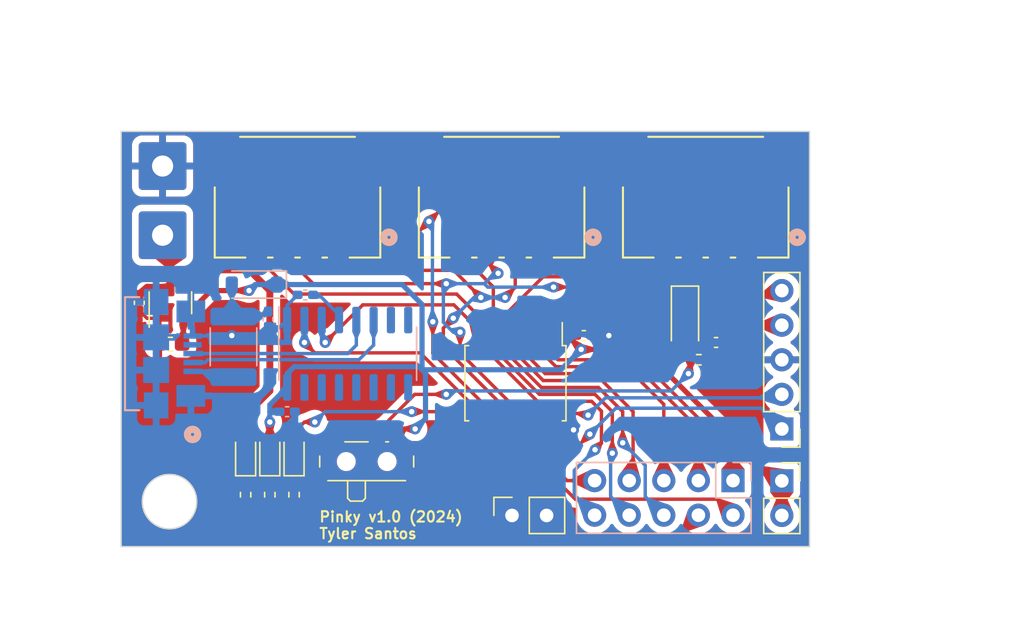
<source format=kicad_pcb>
(kicad_pcb (version 20221018) (generator pcbnew)
  (layers (0 "F.Cu" signal) (31 "B.Cu" signal) (34 "B.Paste" user) (35 "F.Paste" user) (36 "B.SilkS" user "B.Silkscreen") (37 "F.SilkS" user "F.Silkscreen") (38 "B.Mask" user) (39 "F.Mask" user) (44 "Edge.Cuts" user))
  (net 0 "")
  (net 1 "GND")
  (net 2 "Net-(D1-A)")
  (net 3 "Net-(U1-V3)")
  (net 4 "Net-(D5-A)")
  (net 5 "PWR")
  (net 6 "5V")
  (net 7 "Net-(D1-K)")
  (net 8 "Net-(D2-K)")
  (net 9 "GPIO_6")
  (net 10 "Net-(D3-K)")
  (net 11 "Net-(D4-K)")
  (net 12 "VBUS")
  (net 13 "GPIO_0")
  (net 14 "GPIO_1")
  (net 15 "GPIO_2")
  (net 16 "GPIO_3")
  (net 17 "SPI_0")
  (net 18 "SPI_1")
  (net 19 "SPI_2")
  (net 20 "TX")
  (net 21 "RX")
  (net 22 "SCK")
  (net 23 "GPIO_5")
  (net 24 "SDO")
  (net 25 "SDI")
  (net 26 "GPIO_4")
  (net 27 "Net-(IC1-RA1{slash}ICSPCLK)")
  (net 28 "Net-(IC1-RA0{slash}ICSPDAT)")
  (net 29 "Net-(J8-D-)")
  (net 30 "Net-(J8-D+)")
  (net 32 "Net-(SW1-B)")
  (footprint "s4b:CONN_S4B-PH-SM4-TBLFSN_JST" (layer "F.Cu") (at 137.413999 71.12)
    (fp_text reference "J6" hide)
    (fp_text value "Conn_01x04_Socket" hide)
    (pad "1" smd rect (at 3 2.944701) (size 0.9906 3.5052) (layers "F.Cu" "F.Paste" "F.Mask") (net 22 "SCK"))
    (pad "2" smd rect (at 1.000002 2.944701) (size 0.9906 3.5052) (layers "F.Cu" "F.Paste" "F.Mask") (net 24 "SDO"))
    (pad "3" smd rect (at -0.999999 2.944701) (size 0.9906 3.5052) (layers "F.Cu" "F.Paste" "F.Mask") (net 25 "SDI"))
    (pad "4" smd rect (at -2.999998 2.944701) (size 0.9906 3.5052) (layers "F.Cu" "F.Paste" "F.Mask") (net 19 "SPI_2"))
    (pad "5" smd rect (at -5.349998 -2.805301 90) (size 3.5052 1.6002) (layers "F.Cu" "F.Paste" "F.Mask"))
    (pad "6" smd rect (at 5.350001 -2.805301 90) (size 3.5052 1.6002) (layers "F.Cu" "F.Paste" "F.Mask"))
  )
  (footprint "Button_Switch_SMD:SW_SPDT_PCM12" (layer "F.Cu") (at 142.494 90.203)
    (fp_text reference "SW1" hide)
    (fp_text value "SW_SPDT" hide)
    (pad "" smd rect (at -3.65 -0.78) (size 1 0.8) (layers "F.Cu" "F.Paste" "F.Mask"))
    (pad "" smd rect (at -3.65 1.43) (size 1 0.8) (layers "F.Cu" "F.Paste" "F.Mask"))
    (pad "" np_thru_hole circle (at -1.5 0.33) (size 0.9 0.9) (drill 0.9) (layers "*.Cu" "*.Mask"))
    (pad "" np_thru_hole circle (at 1.5 0.33) (size 0.9 0.9) (drill 0.9) (layers "*.Cu" "*.Mask"))
    (pad "" smd rect (at 3.65 -0.78) (size 1 0.8) (layers "F.Cu" "F.Paste" "F.Mask"))
    (pad "" smd rect (at 3.65 1.43) (size 1 0.8) (layers "F.Cu" "F.Paste" "F.Mask"))
    (pad "1" smd rect (at -2.25 -1.43) (size 0.7 1.5) (layers "F.Cu" "F.Paste" "F.Mask") (net 1 "GND"))
    (pad "2" smd rect (at 0.75 -1.43) (size 0.7 1.5) (layers "F.Cu" "F.Paste" "F.Mask") (net 32 "Net-(SW1-B)"))
    (pad "3" smd rect (at 2.25 -1.43) (size 0.7 1.5) (layers "F.Cu" "F.Paste" "F.Mask") (net 6 "5V"))
  )
  (footprint "Package_SO:SSOP-20_5.3x7.2mm_P0.65mm" (layer "F.Cu") (at 153.416 84.78 -90)
    (fp_text reference "IC1" hide)
    (fp_text value "PIC16F15243-I_SS" hide)
    (pad "1" smd roundrect (at -3.5 -2.925 270) (size 1.9 0.5) (layers "F.Cu" "F.Paste" "F.Mask") (net 6 "5V"))
    (pad "2" smd roundrect (at -3.5 -2.275 270) (size 1.9 0.5) (layers "F.Cu" "F.Paste" "F.Mask") (net 13 "GPIO_0"))
    (pad "3" smd roundrect (at -3.5 -1.625 270) (size 1.9 0.5) (layers "F.Cu" "F.Paste" "F.Mask") (net 14 "GPIO_1"))
    (pad "4" smd roundrect (at -3.5 -0.975 270) (size 1.9 0.5) (layers "F.Cu" "F.Paste" "F.Mask") (net 7 "Net-(D1-K)"))
    (pad "5" smd roundrect (at -3.5 -0.325 270) (size 1.9 0.5) (layers "F.Cu" "F.Paste" "F.Mask") (net 15 "GPIO_2"))
    (pad "6" smd roundrect (at -3.5 0.325 270) (size 1.9 0.5) (layers "F.Cu" "F.Paste" "F.Mask") (net 16 "GPIO_3"))
    (pad "7" smd roundrect (at -3.5 0.975 270) (size 1.9 0.5) (layers "F.Cu" "F.Paste" "F.Mask") (net 17 "SPI_0"))
    (pad "8" smd roundrect (at -3.5 1.625 270) (size 1.9 0.5) (layers "F.Cu" "F.Paste" "F.Mask") (net 18 "SPI_1"))
    (pad "9" smd roundrect (at -3.5 2.275 270) (size 1.9 0.5) (layers "F.Cu" "F.Paste" "F.Mask") (net 19 "SPI_2"))
    (pad "10" smd roundrect (at -3.5 2.925 270) (size 1.9 0.5) (layers "F.Cu" "F.Paste" "F.Mask") (net 20 "TX"))
    (pad "11" smd roundrect (at 3.5 2.925 270) (size 1.9 0.5) (layers "F.Cu" "F.Paste" "F.Mask") (net 9 "GPIO_6"))
    (pad "12" smd roundrect (at 3.5 2.275 270) (size 1.9 0.5) (layers "F.Cu" "F.Paste" "F.Mask") (net 21 "RX"))
    (pad "13" smd roundrect (at 3.5 1.625 270) (size 1.9 0.5) (layers "F.Cu" "F.Paste" "F.Mask") (net 22 "SCK"))
    (pad "14" smd roundrect (at 3.5 0.975 270) (size 1.9 0.5) (layers "F.Cu" "F.Paste" "F.Mask") (net 23 "GPIO_5"))
    (pad "15" smd roundrect (at 3.5 0.325 270) (size 1.9 0.5) (layers "F.Cu" "F.Paste" "F.Mask") (net 24 "SDO"))
    (pad "16" smd roundrect (at 3.5 -0.325 270) (size 1.9 0.5) (layers "F.Cu" "F.Paste" "F.Mask") (net 25 "SDI"))
    (pad "17" smd roundrect (at 3.5 -0.975 270) (size 1.9 0.5) (layers "F.Cu" "F.Paste" "F.Mask") (net 26 "GPIO_4"))
    (pad "18" smd roundrect (at 3.5 -1.625 270) (size 1.9 0.5) (layers "F.Cu" "F.Paste" "F.Mask") (net 27 "Net-(IC1-RA1{slash}ICSPCLK)"))
    (pad "19" smd roundrect (at 3.5 -2.275 270) (size 1.9 0.5) (layers "F.Cu" "F.Paste" "F.Mask") (net 28 "Net-(IC1-RA0{slash}ICSPDAT)"))
    (pad "20" smd roundrect (at 3.5 -2.925 270) (size 1.9 0.5) (layers "F.Cu" "F.Paste" "F.Mask") (net 1 "GND"))
  )
  (footprint "Capacitor_SMD:C_0402_1005Metric_Pad0.74x0.62mm_HandSolder" (layer "F.Cu") (at 168.148 81.788)
    (fp_text reference "C2" hide)
    (fp_text value "10n" hide)
    (pad "1" smd roundrect (at -0.5675 0) (size 0.735 0.62) (layers "F.Cu" "F.Paste" "F.Mask") (net 2 "Net-(D1-A)"))
    (pad "2" smd roundrect (at 0.5675 0) (size 0.735 0.62) (layers "F.Cu" "F.Paste" "F.Mask") (net 1 "GND"))
  )
  (footprint "Capacitor_SMD:C_0402_1005Metric_Pad0.74x0.62mm_HandSolder" (layer "F.Cu") (at 125.796 78.8725 -90)
    (fp_text reference "C_in1" hide)
    (fp_text value "1u" hide)
    (pad "1" smd roundrect (at -0.5675 0 270) (size 0.735 0.62) (layers "F.Cu" "F.Paste" "F.Mask") (net 5 "PWR"))
    (pad "2" smd roundrect (at 0.5675 0 270) (size 0.735 0.62) (layers "F.Cu" "F.Paste" "F.Mask") (net 1 "GND"))
  )
  (footprint "s4b:CONN_S4B-PH-SM4-TBLFSN_JST" (layer "F.Cu") (at 167.386 71.12)
    (fp_text reference "J4" hide)
    (fp_text value "Conn_01x04_Socket" hide)
    (pad "1" smd rect (at 3 2.944701) (size 0.9906 3.5052) (layers "F.Cu" "F.Paste" "F.Mask") (net 22 "SCK"))
    (pad "2" smd rect (at 1.000002 2.944701) (size 0.9906 3.5052) (layers "F.Cu" "F.Paste" "F.Mask") (net 24 "SDO"))
    (pad "3" smd rect (at -0.999999 2.944701) (size 0.9906 3.5052) (layers "F.Cu" "F.Paste" "F.Mask") (net 25 "SDI"))
    (pad "4" smd rect (at -2.999998 2.944701) (size 0.9906 3.5052) (layers "F.Cu" "F.Paste" "F.Mask") (net 17 "SPI_0"))
    (pad "5" smd rect (at -5.349998 -2.805301 90) (size 3.5052 1.6002) (layers "F.Cu" "F.Paste" "F.Mask"))
    (pad "6" smd rect (at 5.350001 -2.805301 90) (size 3.5052 1.6002) (layers "F.Cu" "F.Paste" "F.Mask"))
  )
  (footprint "Connector_Wire:SolderWire-0.75sqmm_1x01_D1.25mm_OD3.5mm" (layer "F.Cu") (at 127.508 68.834)
    (fp_text reference "J2" hide)
    (fp_text value "-Batt" hide)
    (pad "1" thru_hole roundrect (at 0 0) (size 3.5 3.5) (drill 1.55) (layers "*.Cu" "*.Mask") (roundrect_rratio 0.07142914286) (net 1 "GND"))
  )
  (footprint "Connector_PinHeader_2.54mm:PinHeader_1x05_P2.54mm_Vertical" (layer "F.Cu") (at 172.974 88.138 180)
    (fp_text reference "J3" hide)
    (fp_text value "ICSP" hide)
    (pad "1" thru_hole rect (at 0 0 180) (size 1.7 1.7) (drill 1) (layers "*.Cu" "*.Mask") (net 27 "Net-(IC1-RA1{slash}ICSPCLK)"))
    (pad "2" thru_hole oval (at 0 2.54 180) (size 1.7 1.7) (drill 1) (layers "*.Cu" "*.Mask") (net 28 "Net-(IC1-RA0{slash}ICSPDAT)"))
    (pad "3" thru_hole oval (at 0 5.08 180) (size 1.7 1.7) (drill 1) (layers "*.Cu" "*.Mask") (net 1 "GND"))
    (pad "4" thru_hole oval (at 0 7.62 180) (size 1.7 1.7) (drill 1) (layers "*.Cu" "*.Mask") (net 6 "5V"))
    (pad "5" thru_hole oval (at 0 10.16 180) (size 1.7 1.7) (drill 1) (layers "*.Cu" "*.Mask") (net 7 "Net-(D1-K)"))
  )
  (footprint "Capacitor_SMD:C_0603_1608Metric_Pad1.08x0.95mm_HandSolder" (layer "F.Cu") (at 128.082 81.9205 180)
    (fp_text reference "C_out2" hide)
    (fp_text value "10u" hide)
    (pad "1" smd roundrect (at -0.8625 0 180) (size 1.075 0.95) (layers "F.Cu" "F.Paste" "F.Mask") (net 6 "5V"))
    (pad "2" smd roundrect (at 0.8625 0 180) (size 1.075 0.95) (layers "F.Cu" "F.Paste" "F.Mask") (net 1 "GND"))
  )
  (footprint "Package_TO_SOT_SMD:SOT-23-3" (layer "F.Cu") (at 128.082 78.8725 90)
    (fp_text reference "IC2" hide)
    (fp_text value "ZXTR2105FQ-7" hide)
    (pad "1" smd roundrect (at -1.1375 -0.95 90) (size 1.325 0.6) (layers "F.Cu" "F.Paste" "F.Mask") (net 1 "GND"))
    (pad "2" smd roundrect (at -1.1375 0.95 90) (size 1.325 0.6) (layers "F.Cu" "F.Paste" "F.Mask") (net 6 "5V"))
    (pad "3" smd roundrect (at 1.1375 0 90) (size 1.325 0.6) (layers "F.Cu" "F.Paste" "F.Mask") (net 5 "PWR"))
  )
  (footprint "Resistor_SMD:R_0402_1005Metric_Pad0.72x0.64mm_HandSolder" (layer "F.Cu") (at 133.604 92.964 90)
    (fp_text reference "R6" hide)
    (fp_text value "2.2k" hide)
    (pad "1" smd roundrect (at -0.5975 0 90) (size 0.715 0.64) (layers "F.Cu" "F.Paste" "F.Mask") (net 1 "GND"))
    (pad "2" smd roundrect (at 0.5975 0 90) (size 0.715 0.64) (layers "F.Cu" "F.Paste" "F.Mask") (net 10 "Net-(D3-K)"))
  )
  (footprint "Resistor_SMD:R_0402_1005Metric_Pad0.72x0.64mm_HandSolder" (layer "F.Cu") (at 135.382 92.964 90)
    (fp_text reference "R7" hide)
    (fp_text value "220" hide)
    (pad "1" smd roundrect (at -0.5975 0 90) (size 0.715 0.64) (layers "F.Cu" "F.Paste" "F.Mask") (net 1 "GND"))
    (pad "2" smd roundrect (at 0.5975 0 90) (size 0.715 0.64) (layers "F.Cu" "F.Paste" "F.Mask") (net 11 "Net-(D4-K)"))
  )
  (footprint "LED_SMD:LED_0603_1608Metric_Pad1.05x0.95mm_HandSolder" (layer "F.Cu") (at 133.604 89.916 90)
    (fp_text reference "D3" hide)
    (fp_text value "PWR stat" hide)
    (pad "1" smd roundrect (at -0.875 0 90) (size 1.05 0.95) (layers "F.Cu" "F.Paste" "F.Mask") (net 10 "Net-(D3-K)"))
    (pad "2" smd roundrect (at 0.875 0 90) (size 1.05 0.95) (layers "F.Cu" "F.Paste" "F.Mask") (net 5 "PWR"))
  )
  (footprint "Connector_PinSocket_2.54mm:PinSocket_1x02_P2.54mm_Vertical" (layer "F.Cu") (at 153.162 94.488 90)
    (fp_text reference "J11" hide)
    (fp_text value "GND" hide)
    (pad "1" thru_hole rect (at 0 0 90) (size 1.7 1.7) (drill 1) (layers "*.Cu" "*.Mask") (net 1 "GND"))
    (pad "2" thru_hole oval (at 0 2.54 90) (size 1.7 1.7) (drill 1) (layers "*.Cu" "*.Mask") (net 1 "GND"))
  )
  (footprint "s4b:CONN_S4B-PH-SM4-TBLFSN_JST" (layer "F.Cu") (at 152.4 71.12)
    (fp_text reference "J5" hide)
    (fp_text value "Conn_01x04_Socket" hide)
    (pad "1" smd rect (at 3 2.944701) (size 0.9906 3.5052) (layers "F.Cu" "F.Paste" "F.Mask") (net 22 "SCK"))
    (pad "2" smd rect (at 1.000002 2.944701) (size 0.9906 3.5052) (layers "F.Cu" "F.Paste" "F.Mask") (net 24 "SDO"))
    (pad "3" smd rect (at -0.999999 2.944701) (size 0.9906 3.5052) (layers "F.Cu" "F.Paste" "F.Mask") (net 25 "SDI"))
    (pad "4" smd rect (at -2.999998 2.944701) (size 0.9906 3.5052) (layers "F.Cu" "F.Paste" "F.Mask") (net 18 "SPI_1"))
    (pad "5" smd rect (at -5.349998 -2.805301 90) (size 3.5052 1.6002) (layers "F.Cu" "F.Paste" "F.Mask"))
    (pad "6" smd rect (at 5.350001 -2.805301 90) (size 3.5052 1.6002) (layers "F.Cu" "F.Paste" "F.Mask"))
  )
  (footprint "LED_SMD:LED_0603_1608Metric_Pad1.05x0.95mm_HandSolder" (layer "F.Cu") (at 135.382 89.916 90)
    (fp_text reference "D4" hide)
    (fp_text value "5Vstat" hide)
    (pad "1" smd roundrect (at -0.875 0 90) (size 1.05 0.95) (layers "F.Cu" "F.Paste" "F.Mask") (net 11 "Net-(D4-K)"))
    (pad "2" smd roundrect (at 0.875 0 90) (size 1.05 0.95) (layers "F.Cu" "F.Paste" "F.Mask") (net 6 "5V"))
  )
  (footprint "Connector_Wire:SolderWire-0.75sqmm_1x01_D1.25mm_OD3.5mm" (layer "F.Cu") (at 127.508 73.914)
    (fp_text reference "J1" hide)
    (fp_text value "+Batt" hide)
    (pad "1" thru_hole roundrect (at 0 0) (size 3.5 3.5) (drill 1.55) (layers "*.Cu" "*.Mask") (roundrect_rratio 0.07142914286) (net 5 "PWR"))
  )
  (footprint "LED_SMD:LED_0603_1608Metric_Pad1.05x0.95mm_HandSolder" (layer "F.Cu") (at 137.16 89.916 90)
    (fp_text reference "D2" hide)
    (fp_text value "Gstat" hide)
    (pad "1" smd roundrect (at -0.875 0 90) (size 1.05 0.95) (layers "F.Cu" "F.Paste" "F.Mask") (net 8 "Net-(D2-K)"))
    (pad "2" smd roundrect (at 0.875 0 90) (size 1.05 0.95) (layers "F.Cu" "F.Paste" "F.Mask") (net 9 "GPIO_6"))
  )
  (footprint "Capacitor_SMD:C_0402_1005Metric_Pad0.74x0.62mm_HandSolder" (layer "F.Cu") (at 158.4365 81.28)
    (fp_text reference "C1" hide)
    (fp_text value "0.1u" hide)
    (pad "1" smd roundrect (at -0.5675 0) (size 0.735 0.62) (layers "F.Cu" "F.Paste" "F.Mask") (net 6 "5V"))
    (pad "2" smd roundrect (at 0.5675 0) (size 0.735 0.62) (layers "F.Cu" "F.Paste" "F.Mask") (net 1 "GND"))
  )
  (footprint "Resistor_SMD:R_0402_1005Metric_Pad0.72x0.64mm_HandSolder" (layer "F.Cu") (at 166.878 83.058)
    (fp_text reference "R1" hide)
    (fp_text value "10k" hide)
    (pad "1" smd roundrect (at -0.5975 0) (size 0.715 0.64) (layers "F.Cu" "F.Paste" "F.Mask") (net 32 "Net-(SW1-B)"))
    (pad "2" smd roundrect (at 0.5975 0) (size 0.715 0.64) (layers "F.Cu" "F.Paste" "F.Mask") (net 2 "Net-(D1-A)"))
  )
  (footprint "Connector_PinSocket_2.54mm:PinSocket_1x02_P2.54mm_Vertical" (layer "F.Cu") (at 172.974 91.948)
    (fp_text reference "J10" hide)
    (fp_text value "5V" hide)
    (pad "1" thru_hole rect (at 0 0) (size 1.7 1.7) (drill 1) (layers "*.Cu" "*.Mask") (net 6 "5V"))
    (pad "2" thru_hole oval (at 0 2.54) (size 1.7 1.7) (drill 1) (layers "*.Cu" "*.Mask") (net 6 "5V"))
  )
  (footprint "Diode_SMD:D_SOD-123" (layer "F.Cu") (at 165.862 80.01 -90)
    (fp_text reference "D1" hide)
    (fp_text value "D_Schottky" hide)
    (pad "1" smd roundrect (at -1.65 0 270) (size 0.9 1.2) (layers "F.Cu" "F.Paste" "F.Mask") (net 7 "Net-(D1-K)"))
    (pad "2" smd roundrect (at 1.65 0 270) (size 0.9 1.2) (layers "F.Cu" "F.Paste" "F.Mask") (net 2 "Net-(D1-A)"))
  )
  (footprint "Resistor_SMD:R_0402_1005Metric_Pad0.72x0.64mm_HandSolder" (layer "F.Cu") (at 137.16 92.964 90)
    (fp_text reference "R2" hide)
    (fp_text value "220" hide)
    (pad "1" smd roundrect (at -0.5975 0 90) (size 0.715 0.64) (layers "F.Cu" "F.Paste" "F.Mask") (net 1 "GND"))
    (pad "2" smd roundrect (at 0.5975 0 90) (size 0.715 0.64) (layers "F.Cu" "F.Paste" "F.Mask") (net 8 "Net-(D2-K)"))
  )
  (footprint "Capacitor_SMD:C_0402_1005Metric_Pad0.74x0.62mm_HandSolder" (layer "B.Cu") (at 135.255 80.075 -90)
    (fp_text reference "C4" hide)
    (fp_text value "150n" hide)
    (pad "1" smd roundrect (at -0.5675 0 270) (size 0.735 0.62) (layers "B.Cu" "B.Paste" "B.Mask") (net 4 "Net-(D5-A)"))
    (pad "2" smd roundrect (at 0.5675 0 270) (size 0.735 0.62) (layers "B.Cu" "B.Paste" "B.Mask") (net 1 "GND"))
  )
  (footprint "personal:CONN_10118192-0002LF_AMP" (layer "B.Cu") (at 127.504599 82.61 90)
    (fp_text reference "J8" hide)
    (fp_text value "USB_B_Micro" hide)
    (pad "1" smd rect (at -1.3 2.2039 90) (size 0.4064 1.3462) (layers "B.Cu" "B.Paste" "B.Mask") (net 12 "VBUS"))
    (pad "2" smd rect (at -0.649999 2.2039 90) (size 0.4064 1.3462) (layers "B.Cu" "B.Paste" "B.Mask") (net 29 "Net-(J8-D-)"))
    (pad "3" smd rect (at 0 2.2039 90) (size 0.4064 1.3462) (layers "B.Cu" "B.Paste" "B.Mask") (net 30 "Net-(J8-D+)"))
    (pad "4" smd rect (at 0.649999 2.2039 90) (size 0.4064 1.3462) (layers "B.Cu" "B.Paste" "B.Mask"))
    (pad "5" smd rect (at 1.3 2.2039 90) (size 0.4064 1.3462) (layers "B.Cu" "B.Paste" "B.Mask") (net 1 "GND"))
    (pad "6" smd rect (at -3.8 -0.471101) (size 1.8034 1.905) (layers "B.Cu" "B.Paste" "B.Mask") (net 1 "GND"))
    (pad "6" smd rect (at -3.099999 2.078899) (size 2.1082 1.6002) (layers "B.Cu" "B.Paste" "B.Mask") (net 1 "GND"))
    (pad "6" smd rect (at -1.2 -0.471101) (size 1.905 1.905) (layers "B.Cu" "B.Paste" "B.Mask") (net 1 "GND"))
    (pad "7" smd rect (at 3.099999 2.078899) (size 2.1082 1.6002) (layers "B.Cu" "B.Paste" "B.Mask") (net 1 "GND"))
    (pad "9" smd rect (at 3.8 -0.471101) (size 1.8034 1.905) (layers "B.Cu" "B.Paste" "B.Mask") (net 1 "GND"))
    (pad "11" smd rect (at 1.2 -0.471101) (size 1.905 1.905) (layers "B.Cu" "B.Paste" "B.Mask") (net 1 "GND"))
  )
  (footprint "Connector_PinSocket_2.54mm:PinSocket_2x05_P2.54mm_Vertical" (layer "B.Cu") (at 169.388 91.928 90)
    (fp_text reference "J7" hide)
    (fp_text value "GPIO" hide)
    (pad "1" thru_hole rect (at 0 0 90) (size 1.7 1.7) (drill 1) (layers "*.Cu" "*.Mask") (net 13 "GPIO_0"))
    (pad "2" thru_hole oval (at -2.54 0 90) (size 1.7 1.7) (drill 1) (layers "*.Cu" "*.Mask") (net 23 "GPIO_5"))
    (pad "3" thru_hole oval (at 0 -2.54 90) (size 1.7 1.7) (drill 1) (layers "*.Cu" "*.Mask") (net 14 "GPIO_1"))
    (pad "4" thru_hole oval (at -2.54 -2.54 90) (size 1.7 1.7) (drill 1) (layers "*.Cu" "*.Mask") (net 9 "GPIO_6"))
    (pad "5" thru_hole oval (at 0 -5.08 90) (size 1.7 1.7) (drill 1) (layers "*.Cu" "*.Mask") (net 15 "GPIO_2"))
    (pad "6" thru_hole oval (at -2.54 -5.08 90) (size 1.7 1.7) (drill 1) (layers "*.Cu" "*.Mask") (net 17 "SPI_0"))
    (pad "7" thru_hole oval (at 0 -7.62 90) (size 1.7 1.7) (drill 1) (layers "*.Cu" "*.Mask") (net 16 "GPIO_3"))
    (pad "8" thru_hole oval (at -2.54 -7.62 90) (size 1.7 1.7) (drill 1) (layers "*.Cu" "*.Mask") (net 18 "SPI_1"))
    (pad "9" thru_hole oval (at 0 -10.16 90) (size 1.7 1.7) (drill 1) (layers "*.Cu" "*.Mask") (net 26 "GPIO_4"))
    (pad "10" thru_hole oval (at -2.54 -10.16 90) (size 1.7 1.7) (drill 1) (layers "*.Cu" "*.Mask") (net 19 "SPI_2"))
  )
  (footprint "Package_SO:SOIC-16_3.9x9.9mm_P1.27mm" (layer "B.Cu") (at 141.097 82.615 -90)
    (fp_text reference "U1" hide)
    (fp_text value "CH340C" hide)
    (pad "1" smd roundrect (at -2.475 4.445 270) (size 1.95 0.6) (layers "B.Cu" "B.Paste" "B.Mask") (net 1 "GND"))
    (pad "2" smd roundrect (at -2.475 3.175 270) (size 1.95 0.6) (layers "B.Cu" "B.Paste" "B.Mask") (net 21 "RX"))
    (pad "3" smd roundrect (at -2.475 1.905 270) (size 1.95 0.6) (layers "B.Cu" "B.Paste" "B.Mask") (net 20 "TX"))
    (pad "4" smd roundrect (at -2.475 0.635 270) (size 1.95 0.6) (layers "B.Cu" "B.Paste" "B.Mask") (net 3 "Net-(U1-V3)"))
    (pad "5" smd roundrect (at -2.475 -0.635 270) (size 1.95 0.6) (layers "B.Cu" "B.Paste" "B.Mask") (net 30 "Net-(J8-D+)"))
    (pad "6" smd roundrect (at -2.475 -1.905 270) (size 1.95 0.6) (layers "B.Cu" "B.Paste" "B.Mask") (net 29 "Net-(J8-D-)"))
    (pad "7" smd roundrect (at -2.475 -3.175 270) (size 1.95 0.6) (layers "B.Cu" "B.Paste" "B.Mask"))
    (pad "8" smd roundrect (at -2.475 -4.445 270) (size 1.95 0.6) (layers "B.Cu" "B.Paste" "B.Mask"))
    (pad "9" smd roundrect (at 2.475 -4.445 270) (size 1.95 0.6) (layers "B.Cu" "B.Paste" "B.Mask"))
    (pad "10" smd roundrect (at 2.475 -3.175 270) (size 1.95 0.6) (layers "B.Cu" "B.Paste" "B.Mask"))
    (pad "11" smd roundrect (at 2.475 -1.905 270) (size 1.95 0.6) (layers "B.Cu" "B.Paste" "B.Mask"))
    (pad "12" smd roundrect (at 2.475 -0.635 270) (size 1.95 0.6) (layers "B.Cu" "B.Paste" "B.Mask"))
    (pad "13" smd roundrect (at 2.475 0.635 270) (size 1.95 0.6) (layers "B.Cu" "B.Paste" "B.Mask"))
    (pad "14" smd roundrect (at 2.475 1.905 270) (size 1.95 0.6) (layers "B.Cu" "B.Paste" "B.Mask"))
    (pad "15" smd roundrect (at 2.475 3.175 270) (size 1.95 0.6) (layers "B.Cu" "B.Paste" "B.Mask"))
    (pad "16" smd roundrect (at 2.475 4.445 270) (size 1.95 0.6) (layers "B.Cu" "B.Paste" "B.Mask") (net 6 "5V"))
  )
  (footprint "Fuse:Fuse_1812_4532Metric_Pad1.30x3.40mm_HandSolder" (layer "B.Cu") (at 132.715 82.107 -90)
    (fp_text reference "F1" hide)
    (fp_text value "Polyfuse" hide)
    (pad "1" smd roundrect (at -2.225 0 270) (size 1.3 3.4) (layers "B.Cu" "B.Paste" "B.Mask") (roundrect_rratio 0.1923076923) (net 4 "Net-(D5-A)"))
    (pad "2" smd roundrect (at 2.225 0 270) (size 1.3 3.4) (layers "B.Cu" "B.Paste" "B.Mask") (roundrect_rratio 0.1923076923) (net 12 "VBUS"))
  )
  (footprint "Capacitor_SMD:C_0402_1005Metric_Pad0.74x0.62mm_HandSolder" (layer "B.Cu") (at 137.9895 78.292)
    (fp_text reference "C3" hide)
    (fp_text value "0.1u" hide)
    (pad "1" smd roundrect (at -0.5675 0) (size 0.735 0.62) (layers "B.Cu" "B.Paste" "B.Mask") (net 1 "GND"))
    (pad "2" smd roundrect (at 0.5675 0) (size 0.735 0.62) (layers "B.Cu" "B.Paste" "B.Mask") (net 3 "Net-(U1-V3)"))
  )
  (footprint "Capacitor_SMD:C_0402_1005Metric_Pad0.74x0.62mm_HandSolder" (layer "B.Cu") (at 136.652 86.868)
    (fp_text reference "C5" hide)
    (fp_text value "0.1u" hide)
    (pad "1" smd roundrect (at -0.5675 0) (size 0.735 0.62) (layers "B.Cu" "B.Paste" "B.Mask") (net 6 "5V"))
    (pad "2" smd roundrect (at 0.5675 0) (size 0.735 0.62) (layers "B.Cu" "B.Paste" "B.Mask") (net 1 "GND"))
  )
  (footprint "Diode_SMD:D_SOD-123" (layer "B.Cu") (at 134.239 77.535 180)
    (fp_text reference "D5" hide)
    (fp_text value "D_Schottky" hide)
    (pad "1" smd roundrect (at -1.65 0 180) (size 0.9 1.2) (layers "B.Cu" "B.Paste" "B.Mask") (net 6 "5V"))
    (pad "2" smd roundrect (at 1.65 0 180) (size 0.9 1.2) (layers "B.Cu" "B.Paste" "B.Mask") (net 4 "Net-(D5-A)"))
  )
  (gr_rect (start 124.46 66.294) (end 175.006 96.774) (stroke (width 0.1)) (fill none) (layer "Edge.Cuts"))
  (gr_circle (center 128.016 93.472) (end 130.016 93.472) (stroke (width 0.1)) (fill none) (layer "Edge.Cuts"))
  (gr_text "Pinky v1.0 (2024)\nTyler Santos\n" (at 138.938 96.266) (layer "F.SilkS") (effects (font (size 0.762 0.762) (thickness 0.1524) bold) (justify left bottom)))
  (segment (start 126.366 80.01) (end 125.796 79.44) (width 0.25) (layer "F.Cu") (net 1))
  (segment (start 127.132 80.01) (end 126.366 80.01) (width 0.25) (layer "F.Cu") (net 1))
  (segment (start 159.004 81.28) (end 160.274 81.28) (width 0.25) (layer "F.Cu") (net 1))
  (segment (start 127.132 80.01) (end 127.132 81.833) (width 0.25) (layer "F.Cu") (net 1))
  (segment (start 137.16 93.5615) (end 138.90775 93.5615) (width 0.25) (layer "F.Cu") (net 1))
  (segment (start 156.341 88.28) (end 157.60556 88.28) (width 0.25) (layer "F.Cu") (net 1))
  (segment (start 157.60556 88.28) (end 157.681442 88.204118) (width 0.25) (layer "F.Cu") (net 1))
  (segment (start 133.604 93.5615) (end 132.334 93.5615) (width 0.25) (layer "F.Cu") (net 1))
  (segment (start 133.604 93.5615) (end 137.16 93.5615) (width 0.25) (layer "F.Cu") (net 1))
  (segment (start 127.132 81.833) (end 127.2195 81.9205) (width 0.25) (layer "F.Cu") (net 1))
  (via (at 160.274 81.28) (size 0.8) (drill 0.4) (layers "F.Cu" "B.Cu") (net 1))
  (via (at 132.588 81.28) (size 0.8) (drill 0.4) (layers "F.Cu" "B.Cu") (net 1))
  (via (at 157.681442 88.204118) (size 0.8) (drill 0.4) (layers "F.Cu" "B.Cu") (net 1))
  (segment (start 136.652 79.062) (end 137.422 78.292) (width 0.25) (layer "B.Cu") (net 1))
  (segment (start 132.618 81.31) (end 135.482 81.31) (width 0.25) (layer "B.Cu") (net 1))
  (segment (start 132.558 81.31) (end 132.588 81.28) (width 0.25) (layer "B.Cu") (net 1))
  (segment (start 137.2195 87.181499) (end 136.398 88.002999) (width 0.25) (layer "B.Cu") (net 1))
  (segment (start 135.482 81.31) (end 136.652 80.14) (width 0.25) (layer "B.Cu") (net 1))
  (segment (start 136.652 80.14) (end 136.652 79.062) (width 0.25) (layer "B.Cu") (net 1))
  (segment (start 132.588 81.28) (end 132.618 81.31) (width 0.25) (layer "B.Cu") (net 1))
  (segment (start 137.2195 86.868) (end 137.2195 87.181499) (width 0.25) (layer "B.Cu") (net 1))
  (segment (start 129.708499 81.31) (end 132.558 81.31) (width 0.25) (layer "B.Cu") (net 1))
  (segment (start 136.398 88.002999) (end 136.398 89.916) (width 0.25) (layer "B.Cu") (net 1))
  (segment (start 135.255 80.6425) (end 136.1495 80.6425) (width 0.25) (layer "B.Cu") (net 1))
  (segment (start 136.1495 80.6425) (end 136.652 80.14) (width 0.25) (layer "B.Cu") (net 1))
  (segment (start 167.5805 82.953) (end 167.4755 83.058) (width 0.25) (layer "F.Cu") (net 2))
  (segment (start 167.5805 81.788) (end 167.4525 81.66) (width 0.25) (layer "F.Cu") (net 2))
  (segment (start 167.5805 81.788) (end 167.5805 82.953) (width 0.25) (layer "F.Cu") (net 2))
  (segment (start 167.4525 81.66) (end 165.862 81.66) (width 0.25) (layer "F.Cu") (net 2))
  (segment (start 138.557 78.292) (end 138.990751 78.292) (width 0.25) (layer "B.Cu") (net 3))
  (segment (start 138.990751 78.292) (end 140.462 79.763249) (width 0.25) (layer "B.Cu") (net 3))
  (segment (start 140.462 79.763249) (end 140.462 80.14) (width 0.25) (layer "B.Cu") (net 3))
  (segment (start 132.715 79.882) (end 134.8805 79.882) (width 0.25) (layer "B.Cu") (net 4))
  (segment (start 134.8805 79.882) (end 135.255 79.5075) (width 0.25) (layer "B.Cu") (net 4))
  (segment (start 132.589 77.535) (end 132.589 79.756) (width 0.25) (layer "B.Cu") (net 4))
  (segment (start 132.589 79.756) (end 132.715 79.882) (width 0.25) (layer "B.Cu") (net 4))
  (segment (start 135.382 77.978) (end 133.858 76.454) (width 0.508) (layer "F.Cu") (net 5))
  (segment (start 135.382 85.344) (end 135.382 77.978) (width 0.508) (layer "F.Cu") (net 5))
  (segment (start 126.366 77.735) (end 125.796 78.305) (width 0.508) (layer "F.Cu") (net 5))
  (segment (start 133.858 76.454) (end 128.082 76.454) (width 0.508) (layer "F.Cu") (net 5))
  (segment (start 133.604 89.041) (end 133.604 87.122) (width 0.508) (layer "F.Cu") (net 5))
  (segment (start 127.508 73.914) (end 128.082 74.488) (width 0.508) (layer "F.Cu") (net 5))
  (segment (start 133.604 87.122) (end 135.382 85.344) (width 0.508) (layer "F.Cu") (net 5))
  (segment (start 128.082 77.735) (end 126.366 77.735) (width 0.508) (layer "F.Cu") (net 5))
  (segment (start 128.082 74.488) (end 128.082 76.454) (width 0.508) (layer "F.Cu") (net 5))
  (segment (start 128.082 76.454) (end 128.082 77.735) (width 0.508) (layer "F.Cu") (net 5))
  (segment (start 164.592 80.518) (end 162.814 82.296) (width 0.381) (layer "F.Cu") (net 6))
  (segment (start 144.744 88.773) (end 144.744 88.682) (width 0.381) (layer "F.Cu") (net 6))
  (segment (start 172.491 91.968) (end 162.819 82.296) (width 0.381) (layer "F.Cu") (net 6))
  (segment (start 129.032 80.01) (end 129.032 81.833) (width 0.381) (layer "F.Cu") (net 6))
  (segment (start 131.064 77.978) (end 133.858 77.978) (width 0.381) (layer "F.Cu") (net 6))
  (segment (start 156.341 81.28) (end 157.226 81.28) (width 0.381) (layer "F.Cu") (net 6))
  (segment (start 157.226 81.28) (end 158.242 82.296) (width 0.381) (layer "F.Cu") (net 6))
  (segment (start 162.814 82.296) (end 160.274 82.296) (width 0.381) (layer "F.Cu") (net 6))
  (segment (start 129.032 80.01) (end 131.064 77.978) (width 0.381) (layer "F.Cu") (net 6))
  (segment (start 172.974 91.948) (end 172.974 94.488) (width 0.381) (layer "F.Cu") (net 6))
  (segment (start 162.819 82.296) (end 160.274 82.296) (width 0.381) (layer "F.Cu") (net 6))
  (segment (start 145.288 88.138) (end 146.050004 88.138) (width 0.381) (layer "F.Cu") (net 6))
  (segment (start 135.382 89.041) (end 135.382 87.63) (width 0.381) (layer "F.Cu") (net 6))
  (segment (start 157.226 81.28) (end 157.869 81.28) (width 0.381) (layer "F.Cu") (net 6))
  (segment (start 172.974 80.518) (end 164.592 80.518) (width 0.381) (layer "F.Cu") (net 6))
  (segment (start 144.744 88.682) (end 145.288 88.138) (width 0.381) (layer "F.Cu") (net 6))
  (segment (start 160.274 82.296) (end 158.242 82.296) (width 0.381) (layer "F.Cu") (net 6))
  (segment (start 172.974 91.968) (end 172.491 91.968) (width 0.381) (layer "F.Cu") (net 6))
  (segment (start 129.032 81.833) (end 128.9445 81.9205) (width 0.381) (layer "F.Cu") (net 6))
  (via (at 158.242 82.296) (size 0.8) (drill 0.4) (layers "F.Cu" "B.Cu") (net 6))
  (via (at 146.050004 88.138) (size 0.8) (drill 0.4) (layers "F.Cu" "B.Cu") (net 6))
  (via (at 135.382 87.63) (size 0.8) (drill 0.4) (layers "F.Cu" "B.Cu") (net 6))
  (via (at 133.858 77.978) (size 0.8) (drill 0.4) (layers "F.Cu" "B.Cu") (net 6))
  (segment (start 134.301 77.535) (end 133.858 77.978) (width 0.381) (layer "B.Cu") (net 6))
  (segment (start 146.812 87.376004) (end 146.050004 88.138) (width 0.381) (layer "B.Cu") (net 6))
  (segment (start 146.558 83.79) (end 146.812 84.044) (width 0.381) (layer "B.Cu") (net 6))
  (segment (start 135.889 77.535) (end 134.301 77.535) (width 0.381) (layer "B.Cu") (net 6))
  (segment (start 135.382 86.36) (end 135.382 86.868) (width 0.381) (layer "B.Cu") (net 6))
  (segment (start 146.812 84.044) (end 146.812 87.376004) (width 0.381) (layer "B.Cu") (net 6))
  (segment (start 135.889 77.535) (end 145.099 77.535) (width 0.381) (layer "B.Cu") (net 6))
  (segment (start 136.652 85.09) (end 135.382 86.36) (width 0.381) (layer "B.Cu") (net 6))
  (segment (start 145.099 77.535) (end 146.558 78.994) (width 0.381) (layer "B.Cu") (net 6))
  (segment (start 146.334 83.566) (end 146.558 83.79) (width 0.381) (layer "B.Cu") (net 6))
  (segment (start 146.558 83.79) (end 156.748 83.79) (width 0.381) (layer "B.Cu") (net 6))
  (segment (start 156.748 83.79) (end 158.242 82.296) (width 0.381) (layer "B.Cu") (net 6))
  (segment (start 136.652 85.09) (end 136.652 84.074) (width 0.381) (layer "B.Cu") (net 6))
  (segment (start 135.382 86.868) (end 136.0845 86.868) (width 0.381) (layer "B.Cu") (net 6))
  (segment (start 136.652 84.074) (end 137.16 83.566) (width 0.381) (layer "B.Cu") (net 6))
  (segment (start 137.16 83.566) (end 146.334 83.566) (width 0.381) (layer "B.Cu") (net 6))
  (segment (start 146.558 78.994) (end 146.558 83.79) (width 0.381) (layer "B.Cu") (net 6))
  (segment (start 135.382 86.868) (end 135.382 87.63) (width 0.381) (layer "B.Cu") (net 6))
  (segment (start 155.666 80.005) (end 154.729604 80.005) (width 0.25) (layer "F.Cu") (net 7))
  (segment (start 154.391 80.343604) (end 154.391 81.28) (width 0.25) (layer "F.Cu") (net 7))
  (segment (start 165.862 78.36) (end 157.311 78.36) (width 0.25) (layer "F.Cu") (net 7))
  (segment (start 172.592 78.36) (end 165.862 78.36) (width 0.25) (layer "F.Cu") (net 7))
  (segment (start 172.974 77.978) (end 172.592 78.36) (width 0.25) (layer "F.Cu") (net 7))
  (segment (start 157.311 78.36) (end 155.666 80.005) (width 0.25) (layer "F.Cu") (net 7))
  (segment (start 154.729604 80.005) (end 154.391 80.343604) (width 0.25) (layer "F.Cu") (net 7))
  (segment (start 137.16 90.791) (end 137.16 92.3665) (width 0.25) (layer "F.Cu") (net 8))
  (segment (start 151.777 96.405) (end 164.911 96.405) (width 0.25) (layer "F.Cu") (net 9))
  (segment (start 150.491 88.28) (end 150.491 95.119) (width 0.25) (layer "F.Cu") (net 9))
  (segment (start 150.491 95.119) (end 151.777 96.405) (width 0.25) (layer "F.Cu") (net 9))
  (segment (start 149.079 86.868) (end 145.796 86.868) (width 0.25) (layer "F.Cu") (net 9))
  (segment (start 137.922 87.63) (end 137.16 88.392) (width 0.25) (layer "F.Cu") (net 9))
  (segment (start 164.911 96.405) (end 166.848 94.468) (width 0.25) (layer "F.Cu") (net 9))
  (segment (start 137.16 88.392) (end 137.16 89.041) (width 0.25) (layer "F.Cu") (net 9))
  (segment (start 138.684 87.63) (end 137.922 87.63) (width 0.25) (layer "F.Cu") (net 9))
  (segment (start 150.491 88.28) (end 149.079 86.868) (width 0.25) (layer "F.Cu") (net 9))
  (via (at 145.796 86.868) (size 0.8) (drill 0.4) (layers "F.Cu" "B.Cu") (net 9))
  (via (at 138.684 87.63) (size 0.8) (drill 0.4) (layers "F.Cu" "B.Cu") (net 9))
  (segment (start 139.446 86.868) (end 138.684 87.63) (width 0.25) (layer "B.Cu") (net 9))
  (segment (start 145.796 86.868) (end 139.446 86.868) (width 0.25) (layer "B.Cu") (net 9))
  (segment (start 133.604 90.791) (end 133.604 92.3665) (width 0.25) (layer "F.Cu") (net 10))
  (segment (start 135.382 90.791) (end 135.382 92.3665) (width 0.25) (layer "F.Cu") (net 11))
  (segment (start 132.715 84.332) (end 132.293 83.91) (width 0.25) (layer "B.Cu") (net 12))
  (segment (start 132.293 83.91) (end 129.708499 83.91) (width 0.25) (layer "B.Cu") (net 12))
  (segment (start 156.532604 83.058) (end 162.56 83.058) (width 0.25) (layer "F.Cu") (net 13))
  (segment (start 155.691 82.216396) (end 156.532604 83.058) (width 0.25) (layer "F.Cu") (net 13))
  (segment (start 162.56 83.058) (end 169.388 89.886) (width 0.25) (layer "F.Cu") (net 13))
  (segment (start 155.691 81.28) (end 155.691 82.216396) (width 0.25) (layer "F.Cu") (net 13))
  (segment (start 169.388 89.886) (end 169.388 91.928) (width 0.25) (layer "F.Cu") (net 13))
  (segment (start 155.041 81.28) (end 155.041 82.216396) (width 0.25) (layer "F.Cu") (net 14))
  (segment (start 156.390604 83.566) (end 162.306 83.566) (width 0.25) (layer "F.Cu") (net 14))
  (segment (start 155.041 82.216396) (end 156.390604 83.566) (width 0.25) (layer "F.Cu") (net 14))
  (segment (start 162.306 83.566) (end 166.848 88.108) (width 0.25) (layer "F.Cu") (net 14))
  (segment (start 166.848 88.108) (end 166.848 91.928) (width 0.25) (layer "F.Cu") (net 14))
  (segment (start 155.598604 84.074) (end 162.052 84.074) (width 0.25) (layer "F.Cu") (net 15))
  (segment (start 153.741 82.216396) (end 155.598604 84.074) (width 0.25) (layer "F.Cu") (net 15))
  (segment (start 162.052 84.074) (end 164.308 86.33) (width 0.25) (layer "F.Cu") (net 15))
  (segment (start 153.741 81.28) (end 153.741 82.216396) (width 0.25) (layer "F.Cu") (net 15))
  (segment (start 164.308 86.33) (end 164.308 91.928) (width 0.25) (layer "F.Cu") (net 15))
  (segment (start 155.456604 84.582) (end 159.770302 84.582) (width 0.25) (layer "F.Cu") (net 16))
  (segment (start 162.052 91.644) (end 161.768 91.928) (width 0.25) (layer "F.Cu") (net 16))
  (segment (start 153.091 81.28) (end 153.091 82.216396) (width 0.25) (layer "F.Cu") (net 16))
  (segment (start 153.091 82.216396) (end 155.456604 84.582) (width 0.25) (layer "F.Cu") (net 16))
  (segment (start 162.052 86.863698) (end 162.052 91.644) (width 0.25) (layer "F.Cu") (net 16))
  (segment (start 159.770302 84.582) (end 162.052 86.863698) (width 0.25) (layer "F.Cu") (net 16))
  (segment (start 152.441 81.28) (end 152.441 82.216396) (width 0.25) (layer "F.Cu") (net 17))
  (segment (start 155.448 76.962) (end 152.441 79.969) (width 0.25) (layer "F.Cu") (net 17))
  (segment (start 159.512 85.09) (end 161.29 86.868) (width 0.25) (layer "F.Cu") (net 17))
  (segment (start 164.386002 75.135998) (end 162.56 76.962) (width 0.25) (layer "F.Cu") (net 17))
  (segment (start 164.386002 74.064701) (end 164.386002 75.135998) (width 0.25) (layer "F.Cu") (net 17))
  (segment (start 152.441 82.216396) (end 155.314604 85.09) (width 0.25) (layer "F.Cu") (net 17))
  (segment (start 161.29 86.868) (end 161.29 89.154) (width 0.25) (layer "F.Cu") (net 17))
  (segment (start 155.314604 85.09) (end 159.512 85.09) (width 0.25) (layer "F.Cu") (net 17))
  (segment (start 152.441 79.969) (end 152.441 81.28) (width 0.25) (layer "F.Cu") (net 17))
  (segment (start 162.56 76.962) (end 155.448 76.962) (width 0.25) (layer "F.Cu") (net 17))
  (via (at 161.29 89.154) (size 0.8) (drill 0.4) (layers "F.Cu" "B.Cu") (net 17))
  (segment (start 162.943 90.807) (end 161.29 89.154) (width 0.25) (layer "B.Cu") (net 17))
  (segment (start 162.943 93.103) (end 162.943 90.807) (width 0.25) (layer "B.Cu") (net 17))
  (segment (start 164.308 94.468) (end 162.943 93.103) (width 0.25) (layer "B.Cu") (net 17))
  (segment (start 159.258 85.598) (end 155.172604 85.598) (width 0.25) (layer "F.Cu") (net 18))
  (segment (start 149.400002 74.064701) (end 149.400002 75.322001) (width 0.25) (layer "F.Cu") (net 18))
  (segment (start 160.528 89.916) (end 160.528 86.868) (width 0.25) (layer "F.Cu") (net 18))
  (segment (start 160.528 86.868) (end 159.258 85.598) (width 0.25) (layer "F.Cu") (net 18))
  (segment (start 149.400002 75.322001) (end 151.791 77.712999) (width 0.25) (layer "F.Cu") (net 18))
  (segment (start 151.791 77.712999) (end 151.791 81.28) (width 0.25) (layer "F.Cu") (net 18))
  (segment (start 155.172604 85.598) (end 151.791 82.216396) (width 0.25) (layer "F.Cu") (net 18))
  (segment (start 151.791 82.216396) (end 151.791 81.28) (width 0.25) (layer "F.Cu") (net 18))
  (via (at 160.528 89.916) (size 0.8) (drill 0.4) (layers "F.Cu" "B.Cu") (net 18))
  (segment (start 160.403 93.103) (end 160.403 90.041) (width 0.25) (layer "B.Cu") (net 18))
  (segment (start 161.768 94.468) (end 160.403 93.103) (width 0.25) (layer "B.Cu") (net 18))
  (segment (start 160.403 90.041) (end 160.528 89.916) (width 0.25) (layer "B.Cu") (net 18))
  (segment (start 151.141 81.28) (end 151.141 82.216396) (width 0.25) (layer "F.Cu") (net 19))
  (segment (start 151.141 80.275) (end 149.098 78.232) (width 0.25) (layer "F.Cu") (net 19))
  (segment (start 134.414001 75.486001) (end 134.414001 74.064701) (width 0.25) (layer "F.Cu") (net 19))
  (segment (start 137.16 78.232) (end 134.414001 75.486001) (width 0.25) (layer "F.Cu") (net 19))
  (segment (start 149.098 78.232) (end 137.16 78.232) (width 0.25) (layer "F.Cu") (net 19))
  (segment (start 159.729 86.831) (end 159.729 89.191) (width 0.25) (layer "F.Cu") (net 19))
  (segment (start 159.729 89.191) (end 159.258 89.662) (width 0.25) (layer "F.Cu") (net 19))
  (segment (start 151.141 82.216396) (end 155.030604 86.106) (width 0.25) (layer "F.Cu") (net 19))
  (segment (start 159.004 86.106) (end 159.729 86.831) (width 0.25) (layer "F.Cu") (net 19))
  (segment (start 155.030604 86.106) (end 159.004 86.106) (width 0.25) (layer "F.Cu") (net 19))
  (segment (start 151.141 80.275) (end 151.141 81.28) (width 0.25) (layer "F.Cu") (net 19))
  (via (at 159.258 89.662) (size 0.8) (drill 0.4) (layers "F.Cu" "B.Cu") (net 19))
  (segment (start 157.734 91.186) (end 157.734 92.974) (width 0.25) (layer "B.Cu") (net 19))
  (segment (start 159.258 89.662) (end 157.734 91.186) (width 0.25) (layer "B.Cu") (net 19))
  (segment (start 157.734 92.974) (end 159.228 94.468) (width 0.25) (layer "B.Cu") (net 19))
  (segment (start 150.491 81.28) (end 150.491 80.622341) (width 0.25) (layer "F.Cu") (net 20))
  (segment (start 142.207677 79.026323) (end 139.446 81.788) (width 0.25) (layer "F.Cu") (net 20))
  (segment (start 150.491 80.622341) (end 148.894982 79.026323) (width 0.25) (layer "F.Cu") (net 20))
  (segment (start 148.894982 79.026323) (end 142.207677 79.026323) (width 0.25) (layer "F.Cu") (net 20))
  (via (at 139.446 81.788) (size 0.8) (drill 0.4) (layers "F.Cu" "B.Cu") (net 20))
  (segment (start 139.192 81.534) (end 139.192 80.14) (width 0.25) (layer "B.Cu") (net 20))
  (segment (start 139.446 81.788) (end 139.192 81.534) (width 0.25) (layer "B.Cu") (net 20))
  (segment (start 138.684 82.55) (end 137.922 81.788) (width 0.25) (layer "F.Cu") (net 21))
  (segment (start 151.141 87.275354) (end 146.415646 82.55) (width 0.25) (layer "F.Cu") (net 21))
  (segment (start 146.415646 82.55) (end 138.684 82.55) (width 0.25) (layer "F.Cu") (net 21))
  (segment (start 151.141 88.28) (end 151.141 87.275354) (width 0.25) (layer "F.Cu") (net 21))
  (via (at 137.922 81.788) (size 0.8) (drill 0.4) (layers "F.Cu" "B.Cu") (net 21))
  (segment (start 137.922 81.788) (end 137.922 80.14) (width 0.25) (layer "B.Cu") (net 21))
  (segment (start 158.090701 71.374) (end 169.164 71.374) (width 0.25) (layer "F.Cu") (net 22))
  (segment (start 170.386 72.596) (end 170.386 74.064701) (width 0.25) (layer "F.Cu") (net 22))
  (segment (start 148.082 71.882) (end 147.066 72.898) (width 0.25) (layer "F.Cu") (net 22))
  (segment (start 151.791 87.021) (end 147.3485 82.5785) (width 0.25) (layer "F.Cu") (net 22))
  (segment (start 147.3485 82.5785) (end 147.3485 80.264) (width 0.25) (layer "F.Cu") (net 22))
  (segment (start 169.164 71.374) (end 170.386 72.596) (width 0.25) (layer "F.Cu") (net 22))
  (segment (start 154.474599 71.882) (end 148.082 71.882) (width 0.25) (layer "F.Cu") (net 22))
  (segment (start 155.4 74.064701) (end 155.4 72.807401) (width 0.25) (layer "F.Cu") (net 22))
  (segment (start 145.899299 74.064701) (end 147.066 72.898) (width 0.25) (layer "F.Cu") (net 22))
  (segment (start 155.4 74.064701) (end 158.090701 71.374) (width 0.25) (layer "F.Cu") (net 22))
  (segment (start 155.4 72.807401) (end 154.474599 71.882) (width 0.25) (layer "F.Cu") (net 22))
  (segment (start 140.413999 74.064701) (end 145.899299 74.064701) (width 0.25) (layer "F.Cu") (net 22))
  (segment (start 151.791 88.28) (end 151.791 87.021) (width 0.25) (layer "F.Cu") (net 22))
  (via (at 147.066 72.898) (size 0.8) (drill 0.4) (layers "F.Cu" "B.Cu") (net 22))
  (via (at 147.3485 80.264) (size 0.8) (drill 0.4) (layers "F.Cu" "B.Cu") (net 22))
  (segment (start 147.32 73.152) (end 147.32 80.2355) (width 0.25) (layer "B.Cu") (net 22))
  (segment (start 147.066 72.898) (end 147.32 73.152) (width 0.25) (layer "B.Cu") (net 22))
  (segment (start 147.32 80.2355) (end 147.3485 80.264) (width 0.25) (layer "B.Cu") (net 22))
  (segment (start 152.441 89.449) (end 152.441 88.28) (width 0.25) (layer "F.Cu") (net 23))
  (segment (start 154.94 90.424) (end 153.416 90.424) (width 0.25) (layer "F.Cu") (net 23))
  (segment (start 169.388 94.468) (end 168.213 93.293) (width 0.25) (layer "F.Cu") (net 23))
  (segment (start 153.416 90.424) (end 152.441 89.449) (width 0.25) (layer "F.Cu") (net 23))
  (segment (start 157.809 93.293) (end 154.94 90.424) (width 0.25) (layer "F.Cu") (net 23))
  (segment (start 168.213 93.293) (end 157.809 93.293) (width 0.25) (layer "F.Cu") (net 23))
  (segment (start 138.414001 74.064701) (end 138.414001 75.322001) (width 0.25) (layer "F.Cu") (net 24))
  (segment (start 153.400002 76.454) (end 153.400002 77.739998) (width 0.25) (layer "F.Cu") (net 24))
  (segment (start 153.091 88.28) (end 153.091 87.051) (width 0.25) (layer "F.Cu") (net 24))
  (segment (start 153.400002 77.739998) (end 152.654 78.486) (width 0.25) (layer "F.Cu") (net 24))
  (segment (start 148.881 76.491) (end 150.876 78.486) (width 0.25) (layer "F.Cu") (net 24))
  (segment (start 153.091 87.051) (end 148.119 82.079) (width 0.25) (layer "F.Cu") (net 24))
  (segment (start 148.119 80.735) (end 148.848693 80.005307) (width 0.25) (layer "F.Cu") (net 24))
  (segment (start 138.414001 75.322001) (end 139.583 76.491) (width 0.25) (layer "F.Cu") (net 24))
  (segment (start 159.098803 76.454) (end 163.670803 71.882) (width 0.25) (layer "F.Cu") (net 24))
  (segment (start 153.400002 76.454) (end 159.098803 76.454) (width 0.25) (layer "F.Cu") (net 24))
  (segment (start 139.583 76.491) (end 148.881 76.491) (width 0.25) (layer "F.Cu") (net 24))
  (segment (start 167.386 71.882) (end 168.386002 72.882002) (width 0.25) (layer "F.Cu") (net 24))
  (segment (start 168.386002 72.882002) (end 168.386002 74.064701) (width 0.25) (layer "F.Cu") (net 24))
  (segment (start 148.119 82.079) (end 148.119 80.735) (width 0.25) (layer "F.Cu") (net 24))
  (segment (start 153.400002 74.064701) (end 153.400002 76.454) (width 0.25) (layer "F.Cu") (net 24))
  (segment (start 163.670803 71.882) (end 167.386 71.882) (width 0.25) (layer "F.Cu") (net 24))
  (via (at 150.876 78.486) (size 0.8) (drill 0.4) (layers "F.Cu" "B.Cu") (net 24))
  (via (at 152.654 78.486) (size 0.8) (drill 0.4) (layers "F.Cu" "B.Cu") (net 24))
  (via (at 148.848693 80.005307) (size 0.8) (drill 0.4) (layers "F.Cu" "B.Cu") (net 24))
  (segment (start 150.368 78.486) (end 148.848693 80.005307) (width 0.25) (layer "B.Cu") (net 24))
  (segment (start 152.654 78.486) (end 150.876 78.486) (width 0.25) (layer "B.Cu") (net 24))
  (segment (start 150.876 78.486) (end 150.368 78.486) (width 0.25) (layer "B.Cu") (net 24))
  (segment (start 136.414 75.322001) (end 138.561999 77.47) (width 0.25) (layer "F.Cu") (net 25))
  (segment (start 136.414 74.064701) (end 136.414 75.322001) (width 0.25) (layer "F.Cu") (net 25))
  (segment (start 163.984002 77.724) (end 156.209996 77.724) (width 0.25) (layer "F.Cu") (net 25))
  (segment (start 151.400001 74.064701) (end 151.400001 75.962001) (width 0.25) (layer "F.Cu") (net 25))
  (segment (start 149.352 82.55) (end 149.352 81.026) (width 0.25) (layer "F.Cu") (net 25))
  (segment (start 166.386001 74.064701) (end 166.386001 75.322001) (width 0.25) (layer "F.Cu") (net 25))
  (segment (start 138.561999 77.47) (end 148.336006 77.47) (width 0.25) (layer "F.Cu") (net 25))
  (segment (start 153.741 88.28) (end 153.741 86.939) (width 0.25) (layer "F.Cu") (net 25))
  (segment (start 153.741 86.939) (end 149.352 82.55) (width 0.25) (layer "F.Cu") (net 25))
  (segment (start 151.400001 75.962001) (end 152.146 76.708) (width 0.25) (layer "F.Cu") (net 25))
  (segment (start 166.386001 75.322001) (end 163.984002 77.724) (width 0.25) (layer "F.Cu") (net 25))
  (via (at 149.352 81.026) (size 0.8) (drill 0.4) (layers "F.Cu" "B.Cu") (net 25))
  (via (at 152.146 76.708) (size 0.8) (drill 0.4) (layers "F.Cu" "B.Cu") (net 25))
  (via (at 156.209996 77.724) (size 0.8) (drill 0.4) (layers "F.Cu" "B.Cu") (net 25))
  (via (at 148.336006 77.47) (size 0.8) (drill 0.4) (layers "F.Cu" "B.Cu") (net 25))
  (segment (start 148.844081 81.026) (end 148.123693 80.305612) (width 0.25) (layer "B.Cu") (net 25))
  (segment (start 151.13 77.47) (end 151.384 77.724) (width 0.25) (layer "B.Cu") (net 25))
  (segment (start 148.123693 77.682313) (end 148.336006 77.47) (width 0.25) (layer "B.Cu") (net 25))
  (segment (start 148.123693 80.305612) (end 148.123693 77.682313) (width 0.25) (layer "B.Cu") (net 25))
  (segment (start 151.892 76.708) (end 151.13 77.47) (width 0.25) (layer "B.Cu") (net 25))
  (segment (start 152.146 76.708) (end 151.892 76.708) (width 0.25) (layer "B.Cu") (net 25))
  (segment (start 151.384 77.724) (end 156.209996 77.724) (width 0.25) (layer "B.Cu") (net 25))
  (segment (start 151.13 77.47) (end 148.336006 77.47) (width 0.25) (layer "B.Cu") (net 25))
  (segment (start 149.352 81.026) (end 148.844081 81.026) (width 0.25) (layer "B.Cu") (net 25))
  (segment (start 154.391 89.113) (end 154.391 88.28) (width 0.25) (layer "F.Cu") (net 26))
  (segment (start 157.206 91.928) (end 154.391 89.113) (width 0.25) (layer "F.Cu") (net 26))
  (segment (start 159.228 91.928) (end 157.206 91.928) (width 0.25) (layer "F.Cu") (net 26))
  (segment (start 155.576396 89.662) (end 157.734 89.662) (width 0.25) (layer "F.Cu") (net 27))
  (segment (start 155.041 88.28) (end 155.041 89.126604) (width 0.25) (layer "F.Cu") (net 27))
  (segment (start 157.734 89.662) (end 158.877 88.519) (width 0.25) (layer "F.Cu") (net 27))
  (segment (start 155.041 89.126604) (end 155.576396 89.662) (width 0.25) (layer "F.Cu") (net 27))
  (via (at 158.877 88.519) (size 0.8) (drill 0.4) (layers "F.Cu" "B.Cu") (net 27))
  (segment (start 171.45 86.614) (end 160.782 86.614) (width 0.25) (layer "B.Cu") (net 27))
  (segment (start 160.782 86.614) (end 158.877 88.519) (width 0.25) (layer "B.Cu") (net 27))
  (segment (start 172.974 88.138) (end 171.45 86.614) (width 0.25) (layer "B.Cu") (net 27))
  (segment (start 155.691 87.343604) (end 156.029604 87.005) (width 0.25) (layer "F.Cu") (net 28))
  (segment (start 156.029604 87.005) (end 158.633 87.005) (width 0.25) (layer "F.Cu") (net 28))
  (segment (start 155.691 88.28) (end 155.691 87.343604) (width 0.25) (layer "F.Cu") (net 28))
  (segment (start 158.633 87.005) (end 158.75 87.122) (width 0.25) (layer "F.Cu") (net 28))
  (via (at 158.75 87.122) (size 0.8) (drill 0.4) (layers "F.Cu" "B.Cu") (net 28))
  (segment (start 172.974 85.598) (end 172.72 85.852) (width 0.25) (layer "B.Cu") (net 28))
  (segment (start 160.02 85.852) (end 158.75 87.122) (width 0.25) (layer "B.Cu") (net 28))
  (segment (start 172.72 85.852) (end 160.02 85.852) (width 0.25) (layer "B.Cu") (net 28))
  (segment (start 130.841098 83.0505) (end 141.9315 83.0505) (width 0.25) (layer "B.Cu") (net 29))
  (segment (start 141.9315 83.0505) (end 143.002 81.98) (width 0.25) (layer "B.Cu") (net 29))
  (segment (start 143.002 81.98) (end 143.002 80.14) (width 0.25) (layer "B.Cu") (net 29))
  (segment (start 130.631599 83.259999) (end 130.841098 83.0505) (width 0.25) (layer "B.Cu") (net 29))
  (segment (start 129.708499 83.259999) (end 130.631599 83.259999) (width 0.25) (layer "B.Cu") (net 29))
  (segment (start 141.1115 82.6005) (end 141.732 81.98) (width 0.25) (layer "B.Cu") (net 30))
  (segment (start 129.717999 82.6005) (end 141.1115 82.6005) (width 0.25) (layer "B.Cu") (net 30))
  (segment (start 141.732 81.98) (end 141.732 80.14) (width 0.25) (layer "B.Cu") (net 30))
  (segment (start 129.708499 82.61) (end 129.717999 82.6005) (width 0.25) (layer "B.Cu") (net 30))
  (segment (start 143.244 88.773) (end 143.244 88.373) (width 0.25) (layer "F.Cu") (net 32))
  (segment (start 146.019 85.598) (end 148.336 85.598) (width 0.25) (layer "F.Cu") (net 32))
  (segment (start 143.244 88.373) (end 146.019 85.598) (width 0.25) (layer "F.Cu") (net 32))
  (segment (start 166.2805 83.9095) (end 166.116 84.074) (width 0.25) (layer "F.Cu") (net 32))
  (segment (start 166.2805 83.058) (end 166.2805 83.9095) (width 0.25) (layer "F.Cu") (net 32))
  (via (at 166.116 84.074) (size 0.8) (drill 0.4) (layers "F.Cu" "B.Cu") (net 32))
  (via (at 148.336 85.598) (size 0.8) (drill 0.4) (layers "F.Cu" "B.Cu") (net 32))
  (segment (start 164.846 85.344) (end 148.59 85.344) (width 0.25) (layer "B.Cu") (net 32))
  (segment (start 166.116 84.074) (end 164.846 85.344) (width 0.25) (layer "B.Cu") (net 32))
  (segment (start 148.59 85.344) (end 148.336 85.598) (width 0.25) (layer "B.Cu") (net 32))
  (zone (net 1) (net_name "GND") (layer "F.Cu") (connect_pads (clearance 0.5)) (min_thickness 0.25) (fill yes (thermal_gap 0.5) (thermal_bridge_width 0.5))
    (polygon (pts (xy 188.722 57.15) (xy 188.976 102.616) (xy 117.348 102.616) (xy 115.57 56.642)))
  )
  (zone (net 1) (net_name "GND") (layer "B.Cu") (connect_pads (clearance 0.5)) (min_thickness 0.25) (fill yes (thermal_gap 0.5) (thermal_bridge_width 0.5))
    (polygon (pts (xy 117.602 57.15) (xy 117.348 102.616) (xy 188.976 102.616) (xy 190.754 56.642)))
  )
)
</source>
